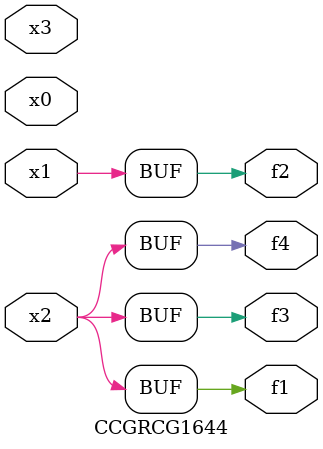
<source format=v>
module CCGRCG1644(
	input x0, x1, x2, x3,
	output f1, f2, f3, f4
);
	assign f1 = x2;
	assign f2 = x1;
	assign f3 = x2;
	assign f4 = x2;
endmodule

</source>
